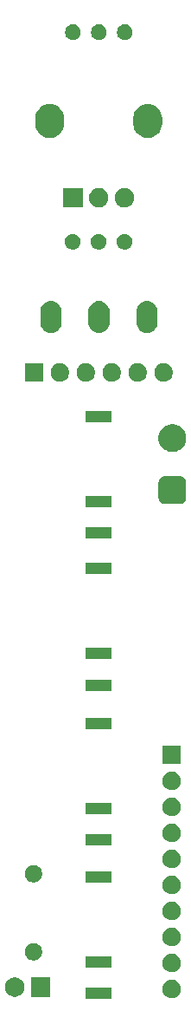
<source format=gts>
G04 #@! TF.GenerationSoftware,KiCad,Pcbnew,(5.1.5-0-10_14)*
G04 #@! TF.CreationDate,2020-10-09T22:17:27-04:00*
G04 #@! TF.ProjectId,AYOM - VCA Control Board,41594f4d-202d-4205-9643-4120436f6e74,1.1*
G04 #@! TF.SameCoordinates,Original*
G04 #@! TF.FileFunction,Soldermask,Top*
G04 #@! TF.FilePolarity,Negative*
%FSLAX46Y46*%
G04 Gerber Fmt 4.6, Leading zero omitted, Abs format (unit mm)*
G04 Created by KiCad (PCBNEW (5.1.5-0-10_14)) date 2020-10-09 22:17:27*
%MOMM*%
%LPD*%
G04 APERTURE LIST*
%ADD10C,0.100000*%
G04 APERTURE END LIST*
D10*
G36*
X86772000Y-151811000D02*
G01*
X84170000Y-151811000D01*
X84170000Y-150709000D01*
X86772000Y-150709000D01*
X86772000Y-151811000D01*
G37*
G36*
X92760012Y-149928927D02*
G01*
X92909312Y-149958624D01*
X93073284Y-150026544D01*
X93220854Y-150125147D01*
X93346353Y-150250646D01*
X93444956Y-150398216D01*
X93512876Y-150562188D01*
X93547500Y-150736259D01*
X93547500Y-150913741D01*
X93512876Y-151087812D01*
X93444956Y-151251784D01*
X93346353Y-151399354D01*
X93220854Y-151524853D01*
X93073284Y-151623456D01*
X92909312Y-151691376D01*
X92760012Y-151721073D01*
X92735242Y-151726000D01*
X92557758Y-151726000D01*
X92532988Y-151721073D01*
X92383688Y-151691376D01*
X92219716Y-151623456D01*
X92072146Y-151524853D01*
X91946647Y-151399354D01*
X91848044Y-151251784D01*
X91780124Y-151087812D01*
X91745500Y-150913741D01*
X91745500Y-150736259D01*
X91780124Y-150562188D01*
X91848044Y-150398216D01*
X91946647Y-150250646D01*
X92072146Y-150125147D01*
X92219716Y-150026544D01*
X92383688Y-149958624D01*
X92532988Y-149928927D01*
X92557758Y-149924000D01*
X92735242Y-149924000D01*
X92760012Y-149928927D01*
G37*
G36*
X80765000Y-151584000D02*
G01*
X78863000Y-151584000D01*
X78863000Y-149682000D01*
X80765000Y-149682000D01*
X80765000Y-151584000D01*
G37*
G36*
X77551395Y-149718546D02*
G01*
X77724466Y-149790234D01*
X77724467Y-149790235D01*
X77880227Y-149894310D01*
X78012690Y-150026773D01*
X78012691Y-150026775D01*
X78116766Y-150182534D01*
X78188454Y-150355605D01*
X78225000Y-150539333D01*
X78225000Y-150726667D01*
X78188454Y-150910395D01*
X78116766Y-151083466D01*
X78113862Y-151087812D01*
X78012690Y-151239227D01*
X77880227Y-151371690D01*
X77801818Y-151424081D01*
X77724466Y-151475766D01*
X77551395Y-151547454D01*
X77367667Y-151584000D01*
X77180333Y-151584000D01*
X76996605Y-151547454D01*
X76823534Y-151475766D01*
X76746182Y-151424081D01*
X76667773Y-151371690D01*
X76535310Y-151239227D01*
X76434138Y-151087812D01*
X76431234Y-151083466D01*
X76359546Y-150910395D01*
X76323000Y-150726667D01*
X76323000Y-150539333D01*
X76359546Y-150355605D01*
X76431234Y-150182534D01*
X76535309Y-150026775D01*
X76535310Y-150026773D01*
X76667773Y-149894310D01*
X76823533Y-149790235D01*
X76823534Y-149790234D01*
X76996605Y-149718546D01*
X77180333Y-149682000D01*
X77367667Y-149682000D01*
X77551395Y-149718546D01*
G37*
G36*
X92760012Y-147388927D02*
G01*
X92909312Y-147418624D01*
X93073284Y-147486544D01*
X93220854Y-147585147D01*
X93346353Y-147710646D01*
X93444956Y-147858216D01*
X93512876Y-148022188D01*
X93547500Y-148196259D01*
X93547500Y-148373741D01*
X93512876Y-148547812D01*
X93444956Y-148711784D01*
X93346353Y-148859354D01*
X93220854Y-148984853D01*
X93073284Y-149083456D01*
X92909312Y-149151376D01*
X92760012Y-149181073D01*
X92735242Y-149186000D01*
X92557758Y-149186000D01*
X92532988Y-149181073D01*
X92383688Y-149151376D01*
X92219716Y-149083456D01*
X92072146Y-148984853D01*
X91946647Y-148859354D01*
X91848044Y-148711784D01*
X91780124Y-148547812D01*
X91745500Y-148373741D01*
X91745500Y-148196259D01*
X91780124Y-148022188D01*
X91848044Y-147858216D01*
X91946647Y-147710646D01*
X92072146Y-147585147D01*
X92219716Y-147486544D01*
X92383688Y-147418624D01*
X92532988Y-147388927D01*
X92557758Y-147384000D01*
X92735242Y-147384000D01*
X92760012Y-147388927D01*
G37*
G36*
X86772000Y-148711000D02*
G01*
X84170000Y-148711000D01*
X84170000Y-147609000D01*
X86772000Y-147609000D01*
X86772000Y-148711000D01*
G37*
G36*
X79362228Y-146364703D02*
G01*
X79517100Y-146428853D01*
X79656481Y-146521985D01*
X79775015Y-146640519D01*
X79868147Y-146779900D01*
X79932297Y-146934772D01*
X79965000Y-147099184D01*
X79965000Y-147266816D01*
X79932297Y-147431228D01*
X79868147Y-147586100D01*
X79775015Y-147725481D01*
X79656481Y-147844015D01*
X79517100Y-147937147D01*
X79362228Y-148001297D01*
X79197816Y-148034000D01*
X79030184Y-148034000D01*
X78865772Y-148001297D01*
X78710900Y-147937147D01*
X78571519Y-147844015D01*
X78452985Y-147725481D01*
X78359853Y-147586100D01*
X78295703Y-147431228D01*
X78263000Y-147266816D01*
X78263000Y-147099184D01*
X78295703Y-146934772D01*
X78359853Y-146779900D01*
X78452985Y-146640519D01*
X78571519Y-146521985D01*
X78710900Y-146428853D01*
X78865772Y-146364703D01*
X79030184Y-146332000D01*
X79197816Y-146332000D01*
X79362228Y-146364703D01*
G37*
G36*
X92760012Y-144848927D02*
G01*
X92909312Y-144878624D01*
X93073284Y-144946544D01*
X93220854Y-145045147D01*
X93346353Y-145170646D01*
X93444956Y-145318216D01*
X93512876Y-145482188D01*
X93547500Y-145656259D01*
X93547500Y-145833741D01*
X93512876Y-146007812D01*
X93444956Y-146171784D01*
X93346353Y-146319354D01*
X93220854Y-146444853D01*
X93073284Y-146543456D01*
X92909312Y-146611376D01*
X92760012Y-146641073D01*
X92735242Y-146646000D01*
X92557758Y-146646000D01*
X92532988Y-146641073D01*
X92383688Y-146611376D01*
X92219716Y-146543456D01*
X92072146Y-146444853D01*
X91946647Y-146319354D01*
X91848044Y-146171784D01*
X91780124Y-146007812D01*
X91745500Y-145833741D01*
X91745500Y-145656259D01*
X91780124Y-145482188D01*
X91848044Y-145318216D01*
X91946647Y-145170646D01*
X92072146Y-145045147D01*
X92219716Y-144946544D01*
X92383688Y-144878624D01*
X92532988Y-144848927D01*
X92557758Y-144844000D01*
X92735242Y-144844000D01*
X92760012Y-144848927D01*
G37*
G36*
X92760012Y-142308927D02*
G01*
X92909312Y-142338624D01*
X93073284Y-142406544D01*
X93220854Y-142505147D01*
X93346353Y-142630646D01*
X93444956Y-142778216D01*
X93512876Y-142942188D01*
X93547500Y-143116259D01*
X93547500Y-143293741D01*
X93512876Y-143467812D01*
X93444956Y-143631784D01*
X93346353Y-143779354D01*
X93220854Y-143904853D01*
X93073284Y-144003456D01*
X92909312Y-144071376D01*
X92760012Y-144101073D01*
X92735242Y-144106000D01*
X92557758Y-144106000D01*
X92532988Y-144101073D01*
X92383688Y-144071376D01*
X92219716Y-144003456D01*
X92072146Y-143904853D01*
X91946647Y-143779354D01*
X91848044Y-143631784D01*
X91780124Y-143467812D01*
X91745500Y-143293741D01*
X91745500Y-143116259D01*
X91780124Y-142942188D01*
X91848044Y-142778216D01*
X91946647Y-142630646D01*
X92072146Y-142505147D01*
X92219716Y-142406544D01*
X92383688Y-142338624D01*
X92532988Y-142308927D01*
X92557758Y-142304000D01*
X92735242Y-142304000D01*
X92760012Y-142308927D01*
G37*
G36*
X92760012Y-139768927D02*
G01*
X92909312Y-139798624D01*
X93073284Y-139866544D01*
X93220854Y-139965147D01*
X93346353Y-140090646D01*
X93444956Y-140238216D01*
X93512876Y-140402188D01*
X93547500Y-140576259D01*
X93547500Y-140753741D01*
X93512876Y-140927812D01*
X93444956Y-141091784D01*
X93346353Y-141239354D01*
X93220854Y-141364853D01*
X93073284Y-141463456D01*
X92909312Y-141531376D01*
X92760012Y-141561073D01*
X92735242Y-141566000D01*
X92557758Y-141566000D01*
X92532988Y-141561073D01*
X92383688Y-141531376D01*
X92219716Y-141463456D01*
X92072146Y-141364853D01*
X91946647Y-141239354D01*
X91848044Y-141091784D01*
X91780124Y-140927812D01*
X91745500Y-140753741D01*
X91745500Y-140576259D01*
X91780124Y-140402188D01*
X91848044Y-140238216D01*
X91946647Y-140090646D01*
X92072146Y-139965147D01*
X92219716Y-139866544D01*
X92383688Y-139798624D01*
X92532988Y-139768927D01*
X92557758Y-139764000D01*
X92735242Y-139764000D01*
X92760012Y-139768927D01*
G37*
G36*
X79362228Y-138744703D02*
G01*
X79517100Y-138808853D01*
X79656481Y-138901985D01*
X79775015Y-139020519D01*
X79868147Y-139159900D01*
X79932297Y-139314772D01*
X79965000Y-139479184D01*
X79965000Y-139646816D01*
X79932297Y-139811228D01*
X79868147Y-139966100D01*
X79775015Y-140105481D01*
X79656481Y-140224015D01*
X79517100Y-140317147D01*
X79362228Y-140381297D01*
X79197816Y-140414000D01*
X79030184Y-140414000D01*
X78865772Y-140381297D01*
X78710900Y-140317147D01*
X78571519Y-140224015D01*
X78452985Y-140105481D01*
X78359853Y-139966100D01*
X78295703Y-139811228D01*
X78263000Y-139646816D01*
X78263000Y-139479184D01*
X78295703Y-139314772D01*
X78359853Y-139159900D01*
X78452985Y-139020519D01*
X78571519Y-138901985D01*
X78710900Y-138808853D01*
X78865772Y-138744703D01*
X79030184Y-138712000D01*
X79197816Y-138712000D01*
X79362228Y-138744703D01*
G37*
G36*
X86772000Y-140411000D02*
G01*
X84170000Y-140411000D01*
X84170000Y-139309000D01*
X86772000Y-139309000D01*
X86772000Y-140411000D01*
G37*
G36*
X92760012Y-137228927D02*
G01*
X92909312Y-137258624D01*
X93073284Y-137326544D01*
X93220854Y-137425147D01*
X93346353Y-137550646D01*
X93444956Y-137698216D01*
X93512876Y-137862188D01*
X93547500Y-138036259D01*
X93547500Y-138213741D01*
X93512876Y-138387812D01*
X93444956Y-138551784D01*
X93346353Y-138699354D01*
X93220854Y-138824853D01*
X93073284Y-138923456D01*
X92909312Y-138991376D01*
X92760012Y-139021073D01*
X92735242Y-139026000D01*
X92557758Y-139026000D01*
X92532988Y-139021073D01*
X92383688Y-138991376D01*
X92219716Y-138923456D01*
X92072146Y-138824853D01*
X91946647Y-138699354D01*
X91848044Y-138551784D01*
X91780124Y-138387812D01*
X91745500Y-138213741D01*
X91745500Y-138036259D01*
X91780124Y-137862188D01*
X91848044Y-137698216D01*
X91946647Y-137550646D01*
X92072146Y-137425147D01*
X92219716Y-137326544D01*
X92383688Y-137258624D01*
X92532988Y-137228927D01*
X92557758Y-137224000D01*
X92735242Y-137224000D01*
X92760012Y-137228927D01*
G37*
G36*
X86772000Y-136825000D02*
G01*
X84170000Y-136825000D01*
X84170000Y-135723000D01*
X86772000Y-135723000D01*
X86772000Y-136825000D01*
G37*
G36*
X92760012Y-134688927D02*
G01*
X92909312Y-134718624D01*
X93073284Y-134786544D01*
X93220854Y-134885147D01*
X93346353Y-135010646D01*
X93444956Y-135158216D01*
X93512876Y-135322188D01*
X93547500Y-135496259D01*
X93547500Y-135673741D01*
X93512876Y-135847812D01*
X93444956Y-136011784D01*
X93346353Y-136159354D01*
X93220854Y-136284853D01*
X93073284Y-136383456D01*
X92909312Y-136451376D01*
X92760012Y-136481073D01*
X92735242Y-136486000D01*
X92557758Y-136486000D01*
X92532988Y-136481073D01*
X92383688Y-136451376D01*
X92219716Y-136383456D01*
X92072146Y-136284853D01*
X91946647Y-136159354D01*
X91848044Y-136011784D01*
X91780124Y-135847812D01*
X91745500Y-135673741D01*
X91745500Y-135496259D01*
X91780124Y-135322188D01*
X91848044Y-135158216D01*
X91946647Y-135010646D01*
X92072146Y-134885147D01*
X92219716Y-134786544D01*
X92383688Y-134718624D01*
X92532988Y-134688927D01*
X92557758Y-134684000D01*
X92735242Y-134684000D01*
X92760012Y-134688927D01*
G37*
G36*
X92760012Y-132148927D02*
G01*
X92909312Y-132178624D01*
X93073284Y-132246544D01*
X93220854Y-132345147D01*
X93346353Y-132470646D01*
X93444956Y-132618216D01*
X93512876Y-132782188D01*
X93547500Y-132956259D01*
X93547500Y-133133741D01*
X93512876Y-133307812D01*
X93444956Y-133471784D01*
X93346353Y-133619354D01*
X93220854Y-133744853D01*
X93073284Y-133843456D01*
X92909312Y-133911376D01*
X92760012Y-133941073D01*
X92735242Y-133946000D01*
X92557758Y-133946000D01*
X92532988Y-133941073D01*
X92383688Y-133911376D01*
X92219716Y-133843456D01*
X92072146Y-133744853D01*
X91946647Y-133619354D01*
X91848044Y-133471784D01*
X91780124Y-133307812D01*
X91745500Y-133133741D01*
X91745500Y-132956259D01*
X91780124Y-132782188D01*
X91848044Y-132618216D01*
X91946647Y-132470646D01*
X92072146Y-132345147D01*
X92219716Y-132246544D01*
X92383688Y-132178624D01*
X92532988Y-132148927D01*
X92557758Y-132144000D01*
X92735242Y-132144000D01*
X92760012Y-132148927D01*
G37*
G36*
X86772000Y-133725000D02*
G01*
X84170000Y-133725000D01*
X84170000Y-132623000D01*
X86772000Y-132623000D01*
X86772000Y-133725000D01*
G37*
G36*
X92760012Y-129608927D02*
G01*
X92909312Y-129638624D01*
X93073284Y-129706544D01*
X93220854Y-129805147D01*
X93346353Y-129930646D01*
X93444956Y-130078216D01*
X93512876Y-130242188D01*
X93547500Y-130416259D01*
X93547500Y-130593741D01*
X93512876Y-130767812D01*
X93444956Y-130931784D01*
X93346353Y-131079354D01*
X93220854Y-131204853D01*
X93073284Y-131303456D01*
X92909312Y-131371376D01*
X92760012Y-131401073D01*
X92735242Y-131406000D01*
X92557758Y-131406000D01*
X92532988Y-131401073D01*
X92383688Y-131371376D01*
X92219716Y-131303456D01*
X92072146Y-131204853D01*
X91946647Y-131079354D01*
X91848044Y-130931784D01*
X91780124Y-130767812D01*
X91745500Y-130593741D01*
X91745500Y-130416259D01*
X91780124Y-130242188D01*
X91848044Y-130078216D01*
X91946647Y-129930646D01*
X92072146Y-129805147D01*
X92219716Y-129706544D01*
X92383688Y-129638624D01*
X92532988Y-129608927D01*
X92557758Y-129604000D01*
X92735242Y-129604000D01*
X92760012Y-129608927D01*
G37*
G36*
X93547500Y-128866000D02*
G01*
X91745500Y-128866000D01*
X91745500Y-127064000D01*
X93547500Y-127064000D01*
X93547500Y-128866000D01*
G37*
G36*
X86772000Y-125425000D02*
G01*
X84170000Y-125425000D01*
X84170000Y-124323000D01*
X86772000Y-124323000D01*
X86772000Y-125425000D01*
G37*
G36*
X86772000Y-121712000D02*
G01*
X84170000Y-121712000D01*
X84170000Y-120610000D01*
X86772000Y-120610000D01*
X86772000Y-121712000D01*
G37*
G36*
X86772000Y-118612000D02*
G01*
X84170000Y-118612000D01*
X84170000Y-117510000D01*
X86772000Y-117510000D01*
X86772000Y-118612000D01*
G37*
G36*
X86772000Y-110312000D02*
G01*
X84170000Y-110312000D01*
X84170000Y-109210000D01*
X86772000Y-109210000D01*
X86772000Y-110312000D01*
G37*
G36*
X86772000Y-106853000D02*
G01*
X84170000Y-106853000D01*
X84170000Y-105751000D01*
X86772000Y-105751000D01*
X86772000Y-106853000D01*
G37*
G36*
X86772000Y-103753000D02*
G01*
X84170000Y-103753000D01*
X84170000Y-102651000D01*
X86772000Y-102651000D01*
X86772000Y-103753000D01*
G37*
G36*
X93567473Y-100769371D02*
G01*
X93682353Y-100804220D01*
X93788228Y-100860811D01*
X93881029Y-100936971D01*
X93957189Y-101029772D01*
X94013780Y-101135647D01*
X94048629Y-101250527D01*
X94061000Y-101376140D01*
X94061000Y-102839860D01*
X94048629Y-102965473D01*
X94013780Y-103080353D01*
X93957189Y-103186228D01*
X93881029Y-103279029D01*
X93788228Y-103355189D01*
X93682353Y-103411780D01*
X93567473Y-103446629D01*
X93441860Y-103459000D01*
X91978140Y-103459000D01*
X91852527Y-103446629D01*
X91737647Y-103411780D01*
X91631772Y-103355189D01*
X91538971Y-103279029D01*
X91462811Y-103186228D01*
X91406220Y-103080353D01*
X91371371Y-102965473D01*
X91359000Y-102839860D01*
X91359000Y-101376140D01*
X91371371Y-101250527D01*
X91406220Y-101135647D01*
X91462811Y-101029772D01*
X91538971Y-100936971D01*
X91631772Y-100860811D01*
X91737647Y-100804220D01*
X91852527Y-100769371D01*
X91978140Y-100757000D01*
X93441860Y-100757000D01*
X93567473Y-100769371D01*
G37*
G36*
X93104072Y-95728918D02*
G01*
X93349939Y-95830759D01*
X93571212Y-95978610D01*
X93759390Y-96166788D01*
X93907241Y-96388061D01*
X94009082Y-96633928D01*
X94061000Y-96894938D01*
X94061000Y-97161062D01*
X94009082Y-97422072D01*
X93907241Y-97667939D01*
X93759390Y-97889212D01*
X93571212Y-98077390D01*
X93349939Y-98225241D01*
X93349938Y-98225242D01*
X93349937Y-98225242D01*
X93104072Y-98327082D01*
X92843063Y-98379000D01*
X92576937Y-98379000D01*
X92315928Y-98327082D01*
X92070063Y-98225242D01*
X92070062Y-98225242D01*
X92070061Y-98225241D01*
X91848788Y-98077390D01*
X91660610Y-97889212D01*
X91512759Y-97667939D01*
X91410918Y-97422072D01*
X91359000Y-97161062D01*
X91359000Y-96894938D01*
X91410918Y-96633928D01*
X91512759Y-96388061D01*
X91660610Y-96166788D01*
X91848788Y-95978610D01*
X92070061Y-95830759D01*
X92315928Y-95728918D01*
X92576937Y-95677000D01*
X92843063Y-95677000D01*
X93104072Y-95728918D01*
G37*
G36*
X86772000Y-95453000D02*
G01*
X84170000Y-95453000D01*
X84170000Y-94351000D01*
X86772000Y-94351000D01*
X86772000Y-95453000D01*
G37*
G36*
X84343512Y-89718427D02*
G01*
X84492812Y-89748124D01*
X84656784Y-89816044D01*
X84804354Y-89914647D01*
X84929853Y-90040146D01*
X85028456Y-90187716D01*
X85096376Y-90351688D01*
X85131000Y-90525759D01*
X85131000Y-90703241D01*
X85096376Y-90877312D01*
X85028456Y-91041284D01*
X84929853Y-91188854D01*
X84804354Y-91314353D01*
X84656784Y-91412956D01*
X84492812Y-91480876D01*
X84343512Y-91510573D01*
X84318742Y-91515500D01*
X84141258Y-91515500D01*
X84116488Y-91510573D01*
X83967188Y-91480876D01*
X83803216Y-91412956D01*
X83655646Y-91314353D01*
X83530147Y-91188854D01*
X83431544Y-91041284D01*
X83363624Y-90877312D01*
X83329000Y-90703241D01*
X83329000Y-90525759D01*
X83363624Y-90351688D01*
X83431544Y-90187716D01*
X83530147Y-90040146D01*
X83655646Y-89914647D01*
X83803216Y-89816044D01*
X83967188Y-89748124D01*
X84116488Y-89718427D01*
X84141258Y-89713500D01*
X84318742Y-89713500D01*
X84343512Y-89718427D01*
G37*
G36*
X80051000Y-91515500D02*
G01*
X78249000Y-91515500D01*
X78249000Y-89713500D01*
X80051000Y-89713500D01*
X80051000Y-91515500D01*
G37*
G36*
X81803512Y-89718427D02*
G01*
X81952812Y-89748124D01*
X82116784Y-89816044D01*
X82264354Y-89914647D01*
X82389853Y-90040146D01*
X82488456Y-90187716D01*
X82556376Y-90351688D01*
X82591000Y-90525759D01*
X82591000Y-90703241D01*
X82556376Y-90877312D01*
X82488456Y-91041284D01*
X82389853Y-91188854D01*
X82264354Y-91314353D01*
X82116784Y-91412956D01*
X81952812Y-91480876D01*
X81803512Y-91510573D01*
X81778742Y-91515500D01*
X81601258Y-91515500D01*
X81576488Y-91510573D01*
X81427188Y-91480876D01*
X81263216Y-91412956D01*
X81115646Y-91314353D01*
X80990147Y-91188854D01*
X80891544Y-91041284D01*
X80823624Y-90877312D01*
X80789000Y-90703241D01*
X80789000Y-90525759D01*
X80823624Y-90351688D01*
X80891544Y-90187716D01*
X80990147Y-90040146D01*
X81115646Y-89914647D01*
X81263216Y-89816044D01*
X81427188Y-89748124D01*
X81576488Y-89718427D01*
X81601258Y-89713500D01*
X81778742Y-89713500D01*
X81803512Y-89718427D01*
G37*
G36*
X91963512Y-89718427D02*
G01*
X92112812Y-89748124D01*
X92276784Y-89816044D01*
X92424354Y-89914647D01*
X92549853Y-90040146D01*
X92648456Y-90187716D01*
X92716376Y-90351688D01*
X92751000Y-90525759D01*
X92751000Y-90703241D01*
X92716376Y-90877312D01*
X92648456Y-91041284D01*
X92549853Y-91188854D01*
X92424354Y-91314353D01*
X92276784Y-91412956D01*
X92112812Y-91480876D01*
X91963512Y-91510573D01*
X91938742Y-91515500D01*
X91761258Y-91515500D01*
X91736488Y-91510573D01*
X91587188Y-91480876D01*
X91423216Y-91412956D01*
X91275646Y-91314353D01*
X91150147Y-91188854D01*
X91051544Y-91041284D01*
X90983624Y-90877312D01*
X90949000Y-90703241D01*
X90949000Y-90525759D01*
X90983624Y-90351688D01*
X91051544Y-90187716D01*
X91150147Y-90040146D01*
X91275646Y-89914647D01*
X91423216Y-89816044D01*
X91587188Y-89748124D01*
X91736488Y-89718427D01*
X91761258Y-89713500D01*
X91938742Y-89713500D01*
X91963512Y-89718427D01*
G37*
G36*
X89423512Y-89718427D02*
G01*
X89572812Y-89748124D01*
X89736784Y-89816044D01*
X89884354Y-89914647D01*
X90009853Y-90040146D01*
X90108456Y-90187716D01*
X90176376Y-90351688D01*
X90211000Y-90525759D01*
X90211000Y-90703241D01*
X90176376Y-90877312D01*
X90108456Y-91041284D01*
X90009853Y-91188854D01*
X89884354Y-91314353D01*
X89736784Y-91412956D01*
X89572812Y-91480876D01*
X89423512Y-91510573D01*
X89398742Y-91515500D01*
X89221258Y-91515500D01*
X89196488Y-91510573D01*
X89047188Y-91480876D01*
X88883216Y-91412956D01*
X88735646Y-91314353D01*
X88610147Y-91188854D01*
X88511544Y-91041284D01*
X88443624Y-90877312D01*
X88409000Y-90703241D01*
X88409000Y-90525759D01*
X88443624Y-90351688D01*
X88511544Y-90187716D01*
X88610147Y-90040146D01*
X88735646Y-89914647D01*
X88883216Y-89816044D01*
X89047188Y-89748124D01*
X89196488Y-89718427D01*
X89221258Y-89713500D01*
X89398742Y-89713500D01*
X89423512Y-89718427D01*
G37*
G36*
X86883512Y-89718427D02*
G01*
X87032812Y-89748124D01*
X87196784Y-89816044D01*
X87344354Y-89914647D01*
X87469853Y-90040146D01*
X87568456Y-90187716D01*
X87636376Y-90351688D01*
X87671000Y-90525759D01*
X87671000Y-90703241D01*
X87636376Y-90877312D01*
X87568456Y-91041284D01*
X87469853Y-91188854D01*
X87344354Y-91314353D01*
X87196784Y-91412956D01*
X87032812Y-91480876D01*
X86883512Y-91510573D01*
X86858742Y-91515500D01*
X86681258Y-91515500D01*
X86656488Y-91510573D01*
X86507188Y-91480876D01*
X86343216Y-91412956D01*
X86195646Y-91314353D01*
X86070147Y-91188854D01*
X85971544Y-91041284D01*
X85903624Y-90877312D01*
X85869000Y-90703241D01*
X85869000Y-90525759D01*
X85903624Y-90351688D01*
X85971544Y-90187716D01*
X86070147Y-90040146D01*
X86195646Y-89914647D01*
X86343216Y-89816044D01*
X86507188Y-89748124D01*
X86656488Y-89718427D01*
X86681258Y-89713500D01*
X86858742Y-89713500D01*
X86883512Y-89718427D01*
G37*
G36*
X90428832Y-83654007D02*
G01*
X90626946Y-83714105D01*
X90626949Y-83714106D01*
X90723775Y-83765861D01*
X90809529Y-83811697D01*
X90969565Y-83943035D01*
X91100903Y-84103071D01*
X91146739Y-84188825D01*
X91198494Y-84285651D01*
X91198495Y-84285654D01*
X91258593Y-84483768D01*
X91273800Y-84638170D01*
X91273800Y-85741430D01*
X91258593Y-85895832D01*
X91198495Y-86093945D01*
X91198494Y-86093949D01*
X91146739Y-86190775D01*
X91100903Y-86276529D01*
X90969565Y-86436565D01*
X90809529Y-86567903D01*
X90692830Y-86630279D01*
X90626948Y-86665494D01*
X90626945Y-86665495D01*
X90428831Y-86725593D01*
X90222800Y-86745885D01*
X90016768Y-86725593D01*
X89818654Y-86665495D01*
X89818651Y-86665494D01*
X89721825Y-86613739D01*
X89636071Y-86567903D01*
X89476035Y-86436565D01*
X89344697Y-86276529D01*
X89247107Y-86093949D01*
X89247106Y-86093948D01*
X89247105Y-86093945D01*
X89187007Y-85895831D01*
X89171800Y-85741429D01*
X89171800Y-84638169D01*
X89187007Y-84483770D01*
X89247105Y-84285653D01*
X89321984Y-84145565D01*
X89344698Y-84103071D01*
X89476036Y-83943035D01*
X89636072Y-83811697D01*
X89721826Y-83765861D01*
X89818652Y-83714106D01*
X89818655Y-83714105D01*
X90016769Y-83654007D01*
X90222800Y-83633715D01*
X90428832Y-83654007D01*
G37*
G36*
X85728832Y-83654007D02*
G01*
X85926946Y-83714105D01*
X85926949Y-83714106D01*
X86023775Y-83765861D01*
X86109529Y-83811697D01*
X86269565Y-83943035D01*
X86400903Y-84103071D01*
X86446739Y-84188825D01*
X86498494Y-84285651D01*
X86498495Y-84285654D01*
X86558593Y-84483768D01*
X86573800Y-84638170D01*
X86573800Y-85741430D01*
X86558593Y-85895832D01*
X86498495Y-86093945D01*
X86498494Y-86093949D01*
X86446739Y-86190775D01*
X86400903Y-86276529D01*
X86269565Y-86436565D01*
X86109529Y-86567903D01*
X85992830Y-86630279D01*
X85926948Y-86665494D01*
X85926945Y-86665495D01*
X85728831Y-86725593D01*
X85522800Y-86745885D01*
X85316768Y-86725593D01*
X85118654Y-86665495D01*
X85118651Y-86665494D01*
X85021825Y-86613739D01*
X84936071Y-86567903D01*
X84776035Y-86436565D01*
X84644697Y-86276529D01*
X84547107Y-86093949D01*
X84547106Y-86093948D01*
X84547105Y-86093945D01*
X84487007Y-85895831D01*
X84471800Y-85741429D01*
X84471800Y-84638169D01*
X84487007Y-84483770D01*
X84547105Y-84285653D01*
X84621984Y-84145565D01*
X84644698Y-84103071D01*
X84776036Y-83943035D01*
X84936072Y-83811697D01*
X85021826Y-83765861D01*
X85118652Y-83714106D01*
X85118655Y-83714105D01*
X85316769Y-83654007D01*
X85522800Y-83633715D01*
X85728832Y-83654007D01*
G37*
G36*
X81028832Y-83654007D02*
G01*
X81226946Y-83714105D01*
X81226949Y-83714106D01*
X81323775Y-83765861D01*
X81409529Y-83811697D01*
X81569565Y-83943035D01*
X81700903Y-84103071D01*
X81746739Y-84188825D01*
X81798494Y-84285651D01*
X81798495Y-84285654D01*
X81858593Y-84483768D01*
X81873800Y-84638170D01*
X81873800Y-85741430D01*
X81858593Y-85895832D01*
X81798495Y-86093945D01*
X81798494Y-86093949D01*
X81746739Y-86190775D01*
X81700903Y-86276529D01*
X81569565Y-86436565D01*
X81409529Y-86567903D01*
X81292830Y-86630279D01*
X81226948Y-86665494D01*
X81226945Y-86665495D01*
X81028831Y-86725593D01*
X80822800Y-86745885D01*
X80616768Y-86725593D01*
X80418654Y-86665495D01*
X80418651Y-86665494D01*
X80321825Y-86613739D01*
X80236071Y-86567903D01*
X80076035Y-86436565D01*
X79944697Y-86276529D01*
X79847107Y-86093949D01*
X79847106Y-86093948D01*
X79847105Y-86093945D01*
X79787007Y-85895831D01*
X79771800Y-85741429D01*
X79771800Y-84638169D01*
X79787007Y-84483770D01*
X79847105Y-84285653D01*
X79921984Y-84145565D01*
X79944698Y-84103071D01*
X80076036Y-83943035D01*
X80236072Y-83811697D01*
X80321826Y-83765861D01*
X80418652Y-83714106D01*
X80418655Y-83714105D01*
X80616769Y-83654007D01*
X80822800Y-83633715D01*
X81028832Y-83654007D01*
G37*
G36*
X88155589Y-77089876D02*
G01*
X88254893Y-77109629D01*
X88395206Y-77167748D01*
X88521484Y-77252125D01*
X88628875Y-77359516D01*
X88713252Y-77485794D01*
X88771371Y-77626107D01*
X88801000Y-77775063D01*
X88801000Y-77926937D01*
X88771371Y-78075893D01*
X88713252Y-78216206D01*
X88628875Y-78342484D01*
X88521484Y-78449875D01*
X88395206Y-78534252D01*
X88254893Y-78592371D01*
X88155589Y-78612124D01*
X88105938Y-78622000D01*
X87954062Y-78622000D01*
X87904411Y-78612124D01*
X87805107Y-78592371D01*
X87664794Y-78534252D01*
X87538516Y-78449875D01*
X87431125Y-78342484D01*
X87346748Y-78216206D01*
X87288629Y-78075893D01*
X87259000Y-77926937D01*
X87259000Y-77775063D01*
X87288629Y-77626107D01*
X87346748Y-77485794D01*
X87431125Y-77359516D01*
X87538516Y-77252125D01*
X87664794Y-77167748D01*
X87805107Y-77109629D01*
X87904411Y-77089876D01*
X87954062Y-77080000D01*
X88105938Y-77080000D01*
X88155589Y-77089876D01*
G37*
G36*
X85615589Y-77089876D02*
G01*
X85714893Y-77109629D01*
X85855206Y-77167748D01*
X85981484Y-77252125D01*
X86088875Y-77359516D01*
X86173252Y-77485794D01*
X86231371Y-77626107D01*
X86261000Y-77775063D01*
X86261000Y-77926937D01*
X86231371Y-78075893D01*
X86173252Y-78216206D01*
X86088875Y-78342484D01*
X85981484Y-78449875D01*
X85855206Y-78534252D01*
X85714893Y-78592371D01*
X85615589Y-78612124D01*
X85565938Y-78622000D01*
X85414062Y-78622000D01*
X85364411Y-78612124D01*
X85265107Y-78592371D01*
X85124794Y-78534252D01*
X84998516Y-78449875D01*
X84891125Y-78342484D01*
X84806748Y-78216206D01*
X84748629Y-78075893D01*
X84719000Y-77926937D01*
X84719000Y-77775063D01*
X84748629Y-77626107D01*
X84806748Y-77485794D01*
X84891125Y-77359516D01*
X84998516Y-77252125D01*
X85124794Y-77167748D01*
X85265107Y-77109629D01*
X85364411Y-77089876D01*
X85414062Y-77080000D01*
X85565938Y-77080000D01*
X85615589Y-77089876D01*
G37*
G36*
X83075589Y-77089876D02*
G01*
X83174893Y-77109629D01*
X83315206Y-77167748D01*
X83441484Y-77252125D01*
X83548875Y-77359516D01*
X83633252Y-77485794D01*
X83691371Y-77626107D01*
X83721000Y-77775063D01*
X83721000Y-77926937D01*
X83691371Y-78075893D01*
X83633252Y-78216206D01*
X83548875Y-78342484D01*
X83441484Y-78449875D01*
X83315206Y-78534252D01*
X83174893Y-78592371D01*
X83075589Y-78612124D01*
X83025938Y-78622000D01*
X82874062Y-78622000D01*
X82824411Y-78612124D01*
X82725107Y-78592371D01*
X82584794Y-78534252D01*
X82458516Y-78449875D01*
X82351125Y-78342484D01*
X82266748Y-78216206D01*
X82208629Y-78075893D01*
X82179000Y-77926937D01*
X82179000Y-77775063D01*
X82208629Y-77626107D01*
X82266748Y-77485794D01*
X82351125Y-77359516D01*
X82458516Y-77252125D01*
X82584794Y-77167748D01*
X82725107Y-77109629D01*
X82824411Y-77089876D01*
X82874062Y-77080000D01*
X83025938Y-77080000D01*
X83075589Y-77089876D01*
G37*
G36*
X83951000Y-74507000D02*
G01*
X82049000Y-74507000D01*
X82049000Y-72605000D01*
X83951000Y-72605000D01*
X83951000Y-74507000D01*
G37*
G36*
X88277395Y-72641546D02*
G01*
X88450466Y-72713234D01*
X88450467Y-72713235D01*
X88606227Y-72817310D01*
X88738690Y-72949773D01*
X88738691Y-72949775D01*
X88842766Y-73105534D01*
X88914454Y-73278605D01*
X88951000Y-73462333D01*
X88951000Y-73649667D01*
X88914454Y-73833395D01*
X88842766Y-74006466D01*
X88842765Y-74006467D01*
X88738690Y-74162227D01*
X88606227Y-74294690D01*
X88527818Y-74347081D01*
X88450466Y-74398766D01*
X88277395Y-74470454D01*
X88093667Y-74507000D01*
X87906333Y-74507000D01*
X87722605Y-74470454D01*
X87549534Y-74398766D01*
X87472182Y-74347081D01*
X87393773Y-74294690D01*
X87261310Y-74162227D01*
X87157235Y-74006467D01*
X87157234Y-74006466D01*
X87085546Y-73833395D01*
X87049000Y-73649667D01*
X87049000Y-73462333D01*
X87085546Y-73278605D01*
X87157234Y-73105534D01*
X87261309Y-72949775D01*
X87261310Y-72949773D01*
X87393773Y-72817310D01*
X87549533Y-72713235D01*
X87549534Y-72713234D01*
X87722605Y-72641546D01*
X87906333Y-72605000D01*
X88093667Y-72605000D01*
X88277395Y-72641546D01*
G37*
G36*
X85777395Y-72641546D02*
G01*
X85950466Y-72713234D01*
X85950467Y-72713235D01*
X86106227Y-72817310D01*
X86238690Y-72949773D01*
X86238691Y-72949775D01*
X86342766Y-73105534D01*
X86414454Y-73278605D01*
X86451000Y-73462333D01*
X86451000Y-73649667D01*
X86414454Y-73833395D01*
X86342766Y-74006466D01*
X86342765Y-74006467D01*
X86238690Y-74162227D01*
X86106227Y-74294690D01*
X86027818Y-74347081D01*
X85950466Y-74398766D01*
X85777395Y-74470454D01*
X85593667Y-74507000D01*
X85406333Y-74507000D01*
X85222605Y-74470454D01*
X85049534Y-74398766D01*
X84972182Y-74347081D01*
X84893773Y-74294690D01*
X84761310Y-74162227D01*
X84657235Y-74006467D01*
X84657234Y-74006466D01*
X84585546Y-73833395D01*
X84549000Y-73649667D01*
X84549000Y-73462333D01*
X84585546Y-73278605D01*
X84657234Y-73105534D01*
X84761309Y-72949775D01*
X84761310Y-72949773D01*
X84893773Y-72817310D01*
X85049533Y-72713235D01*
X85049534Y-72713234D01*
X85222605Y-72641546D01*
X85406333Y-72605000D01*
X85593667Y-72605000D01*
X85777395Y-72641546D01*
G37*
G36*
X80976604Y-64405416D02*
G01*
X81242579Y-64486099D01*
X81242581Y-64486100D01*
X81487701Y-64617119D01*
X81702556Y-64793444D01*
X81878881Y-65008299D01*
X82009900Y-65253418D01*
X82009900Y-65253419D01*
X82009901Y-65253421D01*
X82090584Y-65519397D01*
X82111000Y-65726685D01*
X82111000Y-66385316D01*
X82090584Y-66592604D01*
X82009901Y-66858578D01*
X82009900Y-66858581D01*
X81878881Y-67103701D01*
X81702556Y-67318556D01*
X81487700Y-67494881D01*
X81242580Y-67625900D01*
X81242578Y-67625901D01*
X80976603Y-67706584D01*
X80700000Y-67733827D01*
X80423396Y-67706584D01*
X80157421Y-67625901D01*
X80157419Y-67625900D01*
X79912299Y-67494881D01*
X79697444Y-67318556D01*
X79521119Y-67103700D01*
X79390100Y-66858580D01*
X79390099Y-66858578D01*
X79309416Y-66592603D01*
X79289000Y-66385315D01*
X79289000Y-65726684D01*
X79309416Y-65519396D01*
X79390099Y-65253421D01*
X79521120Y-65008298D01*
X79697444Y-64793444D01*
X79912300Y-64617119D01*
X80157420Y-64486100D01*
X80157422Y-64486099D01*
X80423397Y-64405416D01*
X80700000Y-64378173D01*
X80976604Y-64405416D01*
G37*
G36*
X90576604Y-64405416D02*
G01*
X90842579Y-64486099D01*
X90842581Y-64486100D01*
X91087701Y-64617119D01*
X91302556Y-64793444D01*
X91478881Y-65008299D01*
X91609900Y-65253418D01*
X91609900Y-65253419D01*
X91609901Y-65253421D01*
X91690584Y-65519397D01*
X91711000Y-65726685D01*
X91711000Y-66385316D01*
X91690584Y-66592604D01*
X91609901Y-66858578D01*
X91609900Y-66858581D01*
X91478881Y-67103701D01*
X91302556Y-67318556D01*
X91087700Y-67494881D01*
X90842580Y-67625900D01*
X90842578Y-67625901D01*
X90576603Y-67706584D01*
X90300000Y-67733827D01*
X90023396Y-67706584D01*
X89757421Y-67625901D01*
X89757419Y-67625900D01*
X89512299Y-67494881D01*
X89297444Y-67318556D01*
X89121119Y-67103700D01*
X88990100Y-66858580D01*
X88990099Y-66858578D01*
X88909416Y-66592603D01*
X88889000Y-66385315D01*
X88889000Y-65726684D01*
X88909416Y-65519396D01*
X88990099Y-65253421D01*
X89121120Y-65008298D01*
X89297444Y-64793444D01*
X89512300Y-64617119D01*
X89757420Y-64486100D01*
X89757422Y-64486099D01*
X90023397Y-64405416D01*
X90300000Y-64378173D01*
X90576604Y-64405416D01*
G37*
G36*
X85635589Y-56642876D02*
G01*
X85734893Y-56662629D01*
X85875206Y-56720748D01*
X86001484Y-56805125D01*
X86108875Y-56912516D01*
X86193252Y-57038794D01*
X86251371Y-57179107D01*
X86281000Y-57328063D01*
X86281000Y-57479937D01*
X86251371Y-57628893D01*
X86193252Y-57769206D01*
X86108875Y-57895484D01*
X86001484Y-58002875D01*
X85875206Y-58087252D01*
X85734893Y-58145371D01*
X85635589Y-58165124D01*
X85585938Y-58175000D01*
X85434062Y-58175000D01*
X85384411Y-58165124D01*
X85285107Y-58145371D01*
X85144794Y-58087252D01*
X85018516Y-58002875D01*
X84911125Y-57895484D01*
X84826748Y-57769206D01*
X84768629Y-57628893D01*
X84739000Y-57479937D01*
X84739000Y-57328063D01*
X84768629Y-57179107D01*
X84826748Y-57038794D01*
X84911125Y-56912516D01*
X85018516Y-56805125D01*
X85144794Y-56720748D01*
X85285107Y-56662629D01*
X85384411Y-56642876D01*
X85434062Y-56633000D01*
X85585938Y-56633000D01*
X85635589Y-56642876D01*
G37*
G36*
X88175589Y-56642876D02*
G01*
X88274893Y-56662629D01*
X88415206Y-56720748D01*
X88541484Y-56805125D01*
X88648875Y-56912516D01*
X88733252Y-57038794D01*
X88791371Y-57179107D01*
X88821000Y-57328063D01*
X88821000Y-57479937D01*
X88791371Y-57628893D01*
X88733252Y-57769206D01*
X88648875Y-57895484D01*
X88541484Y-58002875D01*
X88415206Y-58087252D01*
X88274893Y-58145371D01*
X88175589Y-58165124D01*
X88125938Y-58175000D01*
X87974062Y-58175000D01*
X87924411Y-58165124D01*
X87825107Y-58145371D01*
X87684794Y-58087252D01*
X87558516Y-58002875D01*
X87451125Y-57895484D01*
X87366748Y-57769206D01*
X87308629Y-57628893D01*
X87279000Y-57479937D01*
X87279000Y-57328063D01*
X87308629Y-57179107D01*
X87366748Y-57038794D01*
X87451125Y-56912516D01*
X87558516Y-56805125D01*
X87684794Y-56720748D01*
X87825107Y-56662629D01*
X87924411Y-56642876D01*
X87974062Y-56633000D01*
X88125938Y-56633000D01*
X88175589Y-56642876D01*
G37*
G36*
X83095589Y-56642876D02*
G01*
X83194893Y-56662629D01*
X83335206Y-56720748D01*
X83461484Y-56805125D01*
X83568875Y-56912516D01*
X83653252Y-57038794D01*
X83711371Y-57179107D01*
X83741000Y-57328063D01*
X83741000Y-57479937D01*
X83711371Y-57628893D01*
X83653252Y-57769206D01*
X83568875Y-57895484D01*
X83461484Y-58002875D01*
X83335206Y-58087252D01*
X83194893Y-58145371D01*
X83095589Y-58165124D01*
X83045938Y-58175000D01*
X82894062Y-58175000D01*
X82844411Y-58165124D01*
X82745107Y-58145371D01*
X82604794Y-58087252D01*
X82478516Y-58002875D01*
X82371125Y-57895484D01*
X82286748Y-57769206D01*
X82228629Y-57628893D01*
X82199000Y-57479937D01*
X82199000Y-57328063D01*
X82228629Y-57179107D01*
X82286748Y-57038794D01*
X82371125Y-56912516D01*
X82478516Y-56805125D01*
X82604794Y-56720748D01*
X82745107Y-56662629D01*
X82844411Y-56642876D01*
X82894062Y-56633000D01*
X83045938Y-56633000D01*
X83095589Y-56642876D01*
G37*
M02*

</source>
